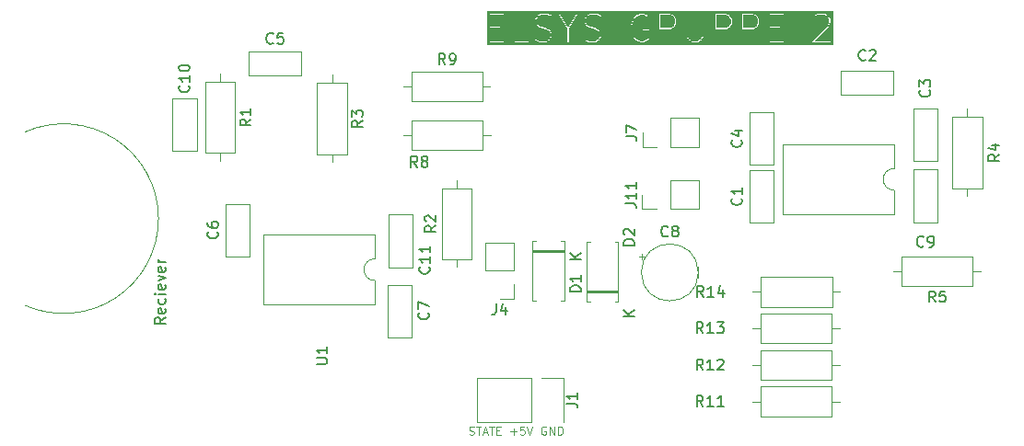
<source format=gto>
%TF.GenerationSoftware,KiCad,Pcbnew,9.0.0*%
%TF.CreationDate,2025-03-10T10:12:29+01:00*%
%TF.ProjectId,project git rev,70726f6a-6563-4742-9067-697420726576,rev?*%
%TF.SameCoordinates,Original*%
%TF.FileFunction,Legend,Top*%
%TF.FilePolarity,Positive*%
%FSLAX46Y46*%
G04 Gerber Fmt 4.6, Leading zero omitted, Abs format (unit mm)*
G04 Created by KiCad (PCBNEW 9.0.0) date 2025-03-10 10:12:29*
%MOMM*%
%LPD*%
G01*
G04 APERTURE LIST*
%ADD10C,0.100000*%
%ADD11C,0.150000*%
%ADD12C,0.120000*%
%ADD13O,1.700000X3.000000*%
%ADD14R,1.700000X3.000000*%
%ADD15C,2.000000*%
%ADD16C,1.750000*%
%ADD17R,2.500000X1.750000*%
%ADD18O,2.500000X1.750000*%
%ADD19R,1.700000X2.500000*%
%ADD20O,1.700000X2.500000*%
%ADD21R,2.500000X1.700000*%
%ADD22O,2.500000X1.700000*%
%ADD23C,3.000000*%
%ADD24R,1.500000X2.500000*%
%ADD25O,1.500000X2.500000*%
%ADD26R,1.600000X2.500000*%
%ADD27O,1.600000X2.500000*%
G04 APERTURE END LIST*
D10*
X152708646Y-118367300D02*
X152815789Y-118403014D01*
X152815789Y-118403014D02*
X152994360Y-118403014D01*
X152994360Y-118403014D02*
X153065789Y-118367300D01*
X153065789Y-118367300D02*
X153101503Y-118331585D01*
X153101503Y-118331585D02*
X153137217Y-118260157D01*
X153137217Y-118260157D02*
X153137217Y-118188728D01*
X153137217Y-118188728D02*
X153101503Y-118117300D01*
X153101503Y-118117300D02*
X153065789Y-118081585D01*
X153065789Y-118081585D02*
X152994360Y-118045871D01*
X152994360Y-118045871D02*
X152851503Y-118010157D01*
X152851503Y-118010157D02*
X152780074Y-117974442D01*
X152780074Y-117974442D02*
X152744360Y-117938728D01*
X152744360Y-117938728D02*
X152708646Y-117867300D01*
X152708646Y-117867300D02*
X152708646Y-117795871D01*
X152708646Y-117795871D02*
X152744360Y-117724442D01*
X152744360Y-117724442D02*
X152780074Y-117688728D01*
X152780074Y-117688728D02*
X152851503Y-117653014D01*
X152851503Y-117653014D02*
X153030074Y-117653014D01*
X153030074Y-117653014D02*
X153137217Y-117688728D01*
X153351503Y-117653014D02*
X153780075Y-117653014D01*
X153565789Y-118403014D02*
X153565789Y-117653014D01*
X153994361Y-118188728D02*
X154351504Y-118188728D01*
X153922932Y-118403014D02*
X154172932Y-117653014D01*
X154172932Y-117653014D02*
X154422932Y-118403014D01*
X154565789Y-117653014D02*
X154994361Y-117653014D01*
X154780075Y-118403014D02*
X154780075Y-117653014D01*
X155244361Y-118010157D02*
X155494361Y-118010157D01*
X155601504Y-118403014D02*
X155244361Y-118403014D01*
X155244361Y-118403014D02*
X155244361Y-117653014D01*
X155244361Y-117653014D02*
X155601504Y-117653014D01*
X156494361Y-118117300D02*
X157065790Y-118117300D01*
X156780075Y-118403014D02*
X156780075Y-117831585D01*
X157780075Y-117653014D02*
X157422932Y-117653014D01*
X157422932Y-117653014D02*
X157387218Y-118010157D01*
X157387218Y-118010157D02*
X157422932Y-117974442D01*
X157422932Y-117974442D02*
X157494361Y-117938728D01*
X157494361Y-117938728D02*
X157672932Y-117938728D01*
X157672932Y-117938728D02*
X157744361Y-117974442D01*
X157744361Y-117974442D02*
X157780075Y-118010157D01*
X157780075Y-118010157D02*
X157815789Y-118081585D01*
X157815789Y-118081585D02*
X157815789Y-118260157D01*
X157815789Y-118260157D02*
X157780075Y-118331585D01*
X157780075Y-118331585D02*
X157744361Y-118367300D01*
X157744361Y-118367300D02*
X157672932Y-118403014D01*
X157672932Y-118403014D02*
X157494361Y-118403014D01*
X157494361Y-118403014D02*
X157422932Y-118367300D01*
X157422932Y-118367300D02*
X157387218Y-118331585D01*
X158030075Y-117653014D02*
X158280075Y-118403014D01*
X158280075Y-118403014D02*
X158530075Y-117653014D01*
X159744361Y-117688728D02*
X159672933Y-117653014D01*
X159672933Y-117653014D02*
X159565790Y-117653014D01*
X159565790Y-117653014D02*
X159458647Y-117688728D01*
X159458647Y-117688728D02*
X159387218Y-117760157D01*
X159387218Y-117760157D02*
X159351504Y-117831585D01*
X159351504Y-117831585D02*
X159315790Y-117974442D01*
X159315790Y-117974442D02*
X159315790Y-118081585D01*
X159315790Y-118081585D02*
X159351504Y-118224442D01*
X159351504Y-118224442D02*
X159387218Y-118295871D01*
X159387218Y-118295871D02*
X159458647Y-118367300D01*
X159458647Y-118367300D02*
X159565790Y-118403014D01*
X159565790Y-118403014D02*
X159637218Y-118403014D01*
X159637218Y-118403014D02*
X159744361Y-118367300D01*
X159744361Y-118367300D02*
X159780075Y-118331585D01*
X159780075Y-118331585D02*
X159780075Y-118081585D01*
X159780075Y-118081585D02*
X159637218Y-118081585D01*
X160101504Y-118403014D02*
X160101504Y-117653014D01*
X160101504Y-117653014D02*
X160530075Y-118403014D01*
X160530075Y-118403014D02*
X160530075Y-117653014D01*
X160887218Y-118403014D02*
X160887218Y-117653014D01*
X160887218Y-117653014D02*
X161065789Y-117653014D01*
X161065789Y-117653014D02*
X161172932Y-117688728D01*
X161172932Y-117688728D02*
X161244361Y-117760157D01*
X161244361Y-117760157D02*
X161280075Y-117831585D01*
X161280075Y-117831585D02*
X161315789Y-117974442D01*
X161315789Y-117974442D02*
X161315789Y-118081585D01*
X161315789Y-118081585D02*
X161280075Y-118224442D01*
X161280075Y-118224442D02*
X161244361Y-118295871D01*
X161244361Y-118295871D02*
X161172932Y-118367300D01*
X161172932Y-118367300D02*
X161065789Y-118403014D01*
X161065789Y-118403014D02*
X160887218Y-118403014D01*
G36*
X171417124Y-79848988D02*
G01*
X171524694Y-79956558D01*
X171634836Y-80176841D01*
X171634836Y-80510376D01*
X171524694Y-80730659D01*
X171417124Y-80838229D01*
X171196843Y-80948371D01*
X170306265Y-80948371D01*
X170306265Y-79738847D01*
X171196843Y-79738847D01*
X171417124Y-79848988D01*
G37*
G36*
X176536172Y-79848988D02*
G01*
X176643742Y-79956558D01*
X176753884Y-80176841D01*
X176753884Y-80510376D01*
X176643742Y-80730659D01*
X176536172Y-80838229D01*
X176315891Y-80948371D01*
X175425313Y-80948371D01*
X175425313Y-79738847D01*
X176315891Y-79738847D01*
X176536172Y-79848988D01*
G37*
G36*
X179036172Y-79848988D02*
G01*
X179143742Y-79956558D01*
X179253884Y-80176841D01*
X179253884Y-80510376D01*
X179143742Y-80730659D01*
X179036172Y-80838229D01*
X178815891Y-80948371D01*
X177925313Y-80948371D01*
X177925313Y-79738847D01*
X178815891Y-79738847D01*
X179036172Y-79848988D01*
G37*
G36*
X186179281Y-82516625D02*
G01*
X154333249Y-82516625D01*
X154333249Y-79688847D01*
X154611027Y-79688847D01*
X154611027Y-82188847D01*
X154614833Y-82207981D01*
X154641893Y-82235041D01*
X154661027Y-82238847D01*
X155851503Y-82238847D01*
X155870637Y-82235041D01*
X155897697Y-82207981D01*
X155897697Y-82169713D01*
X155870637Y-82142653D01*
X155851503Y-82138847D01*
X154711027Y-82138847D01*
X154711027Y-80929323D01*
X155494360Y-80929323D01*
X155513494Y-80925517D01*
X155540554Y-80898457D01*
X155540554Y-80860189D01*
X155513494Y-80833129D01*
X155494360Y-80829323D01*
X154711027Y-80829323D01*
X154711027Y-79738847D01*
X155851503Y-79738847D01*
X155870637Y-79735041D01*
X155897697Y-79707981D01*
X155897697Y-79688847D01*
X156872932Y-79688847D01*
X156872932Y-82188847D01*
X156876738Y-82207981D01*
X156903798Y-82235041D01*
X156922932Y-82238847D01*
X158113408Y-82238847D01*
X158132542Y-82235041D01*
X158159602Y-82207981D01*
X158159602Y-82169713D01*
X158132542Y-82142653D01*
X158113408Y-82138847D01*
X156972932Y-82138847D01*
X156972932Y-80165038D01*
X158777694Y-80165038D01*
X158777694Y-80403133D01*
X158778182Y-80405589D01*
X158777820Y-80406678D01*
X158779936Y-80414405D01*
X158781500Y-80422267D01*
X158782311Y-80423078D01*
X158782973Y-80425494D01*
X158902021Y-80663589D01*
X158906936Y-80669923D01*
X158911387Y-80676583D01*
X159030434Y-80795631D01*
X159037096Y-80800083D01*
X159043428Y-80804997D01*
X159281523Y-80924044D01*
X159286804Y-80925490D01*
X159291757Y-80927830D01*
X159762622Y-81045546D01*
X159988553Y-81158512D01*
X160096125Y-81266084D01*
X160206265Y-81486363D01*
X160206265Y-81700854D01*
X160096125Y-81921133D01*
X159988552Y-82028707D01*
X159768272Y-82138847D01*
X159192951Y-82138847D01*
X158843505Y-82022366D01*
X158824150Y-82019926D01*
X158789921Y-82037040D01*
X158777820Y-82073344D01*
X158794934Y-82107573D01*
X158811883Y-82117234D01*
X159169026Y-82236281D01*
X159176973Y-82237282D01*
X159184837Y-82238847D01*
X159780075Y-82238847D01*
X159782531Y-82238358D01*
X159783620Y-82238721D01*
X159791347Y-82236604D01*
X159799209Y-82235041D01*
X159800020Y-82234229D01*
X159802436Y-82233568D01*
X160040531Y-82114521D01*
X160046862Y-82109607D01*
X160053525Y-82105155D01*
X160172573Y-81986108D01*
X160177029Y-81979438D01*
X160181939Y-81973113D01*
X160300986Y-81735018D01*
X160301647Y-81732602D01*
X160302459Y-81731791D01*
X160304022Y-81723929D01*
X160306139Y-81716202D01*
X160305776Y-81715113D01*
X160306265Y-81712657D01*
X160306265Y-81474561D01*
X160305776Y-81472104D01*
X160306139Y-81471016D01*
X160304022Y-81463288D01*
X160302459Y-81455427D01*
X160301647Y-81454615D01*
X160300986Y-81452200D01*
X160181939Y-81214105D01*
X160177025Y-81207773D01*
X160172573Y-81201111D01*
X160053525Y-81082064D01*
X160046865Y-81077613D01*
X160040531Y-81072698D01*
X159802436Y-80953650D01*
X159797154Y-80952203D01*
X159792202Y-80949864D01*
X159321334Y-80832146D01*
X159095407Y-80719183D01*
X158987835Y-80611611D01*
X158877694Y-80391329D01*
X158877694Y-80176841D01*
X158987835Y-79956559D01*
X159095406Y-79848987D01*
X159315687Y-79738847D01*
X159891010Y-79738847D01*
X160240454Y-79855329D01*
X160259809Y-79857769D01*
X160294038Y-79840655D01*
X160306139Y-79804351D01*
X160289025Y-79770122D01*
X160272077Y-79760461D01*
X160083210Y-79697505D01*
X160921306Y-79697505D01*
X160928368Y-79715691D01*
X161753884Y-81012931D01*
X161753884Y-82188847D01*
X161757690Y-82207981D01*
X161784750Y-82235041D01*
X161823018Y-82235041D01*
X161850078Y-82207981D01*
X161853884Y-82188847D01*
X161853884Y-81012931D01*
X162393452Y-80165038D01*
X163301503Y-80165038D01*
X163301503Y-80403133D01*
X163301991Y-80405589D01*
X163301629Y-80406678D01*
X163303745Y-80414405D01*
X163305309Y-80422267D01*
X163306120Y-80423078D01*
X163306782Y-80425494D01*
X163425830Y-80663589D01*
X163430745Y-80669923D01*
X163435196Y-80676583D01*
X163554243Y-80795631D01*
X163560905Y-80800083D01*
X163567237Y-80804997D01*
X163805332Y-80924044D01*
X163810613Y-80925490D01*
X163815566Y-80927830D01*
X164286431Y-81045546D01*
X164512362Y-81158512D01*
X164619934Y-81266084D01*
X164730074Y-81486363D01*
X164730074Y-81700854D01*
X164619934Y-81921133D01*
X164512361Y-82028707D01*
X164292081Y-82138847D01*
X163716760Y-82138847D01*
X163367314Y-82022366D01*
X163347959Y-82019926D01*
X163313730Y-82037040D01*
X163301629Y-82073344D01*
X163318743Y-82107573D01*
X163335692Y-82117234D01*
X163692835Y-82236281D01*
X163700782Y-82237282D01*
X163708646Y-82238847D01*
X164303884Y-82238847D01*
X164306340Y-82238358D01*
X164307429Y-82238721D01*
X164315156Y-82236604D01*
X164323018Y-82235041D01*
X164323829Y-82234229D01*
X164326245Y-82233568D01*
X164564340Y-82114521D01*
X164570671Y-82109607D01*
X164577334Y-82105155D01*
X164696382Y-81986108D01*
X164700838Y-81979438D01*
X164705748Y-81973113D01*
X164824795Y-81735018D01*
X164825456Y-81732602D01*
X164826268Y-81731791D01*
X164827831Y-81723929D01*
X164829948Y-81716202D01*
X164829585Y-81715113D01*
X164830074Y-81712657D01*
X164830074Y-81474561D01*
X164829585Y-81472104D01*
X164829948Y-81471016D01*
X164827831Y-81463288D01*
X164826268Y-81455427D01*
X164825456Y-81454615D01*
X164824795Y-81452200D01*
X164705748Y-81214105D01*
X164700834Y-81207773D01*
X164696382Y-81201111D01*
X164577334Y-81082064D01*
X164570674Y-81077613D01*
X164564340Y-81072698D01*
X164326245Y-80953650D01*
X164320963Y-80952203D01*
X164316011Y-80949864D01*
X163845143Y-80832146D01*
X163701402Y-80760276D01*
X167587217Y-80760276D01*
X167587217Y-81117419D01*
X167588412Y-81123428D01*
X167588710Y-81129546D01*
X167707758Y-81605736D01*
X167710097Y-81610688D01*
X167711544Y-81615970D01*
X167830591Y-81854065D01*
X167835504Y-81860396D01*
X167839957Y-81867059D01*
X168078052Y-82105155D01*
X168080133Y-82106545D01*
X168080647Y-82107573D01*
X168087612Y-82111543D01*
X168094273Y-82115994D01*
X168095421Y-82115994D01*
X168097596Y-82117234D01*
X168454739Y-82236281D01*
X168462686Y-82237282D01*
X168470550Y-82238847D01*
X168708646Y-82238847D01*
X168716508Y-82237283D01*
X168724457Y-82236281D01*
X169081600Y-82117234D01*
X169083775Y-82115994D01*
X169084922Y-82115994D01*
X169091580Y-82111544D01*
X169098548Y-82107573D01*
X169099061Y-82106545D01*
X169101143Y-82105155D01*
X169220191Y-81986108D01*
X169231030Y-81969887D01*
X169231030Y-81969886D01*
X169234836Y-81950752D01*
X169234836Y-81117419D01*
X169231030Y-81098285D01*
X169203970Y-81071225D01*
X169184836Y-81067419D01*
X168708646Y-81067419D01*
X168689512Y-81071225D01*
X168662452Y-81098285D01*
X168662452Y-81136553D01*
X168689512Y-81163613D01*
X168708646Y-81167419D01*
X169134836Y-81167419D01*
X169134836Y-81930041D01*
X169038779Y-82026098D01*
X168700533Y-82138847D01*
X168478664Y-82138847D01*
X168140415Y-82026098D01*
X167916405Y-81802087D01*
X167803440Y-81576157D01*
X167687217Y-81111263D01*
X167687217Y-80766431D01*
X167803440Y-80301536D01*
X167916405Y-80075606D01*
X168140415Y-79851596D01*
X168478664Y-79738847D01*
X168815890Y-79738847D01*
X169043428Y-79852617D01*
X169062244Y-79857769D01*
X169098549Y-79845668D01*
X169115663Y-79811440D01*
X169103561Y-79775135D01*
X169088149Y-79763174D01*
X168939496Y-79688847D01*
X170206265Y-79688847D01*
X170206265Y-82188847D01*
X170210071Y-82207981D01*
X170237131Y-82235041D01*
X170275399Y-82235041D01*
X170302459Y-82207981D01*
X170306265Y-82188847D01*
X170306265Y-81048371D01*
X170825470Y-81048371D01*
X171643874Y-82217520D01*
X171657965Y-82231013D01*
X171695651Y-82237663D01*
X171727002Y-82215718D01*
X171733652Y-82178032D01*
X171725798Y-82160174D01*
X170947536Y-81048371D01*
X171208646Y-81048371D01*
X171211102Y-81047882D01*
X171212191Y-81048245D01*
X171219918Y-81046128D01*
X171227780Y-81044565D01*
X171228591Y-81043753D01*
X171231007Y-81043092D01*
X171469102Y-80924044D01*
X171475436Y-80919128D01*
X171482096Y-80914678D01*
X171601143Y-80795631D01*
X171605593Y-80788971D01*
X171610509Y-80782637D01*
X171729557Y-80544541D01*
X171730218Y-80542125D01*
X171731030Y-80541314D01*
X171732593Y-80533452D01*
X171734710Y-80525725D01*
X171734347Y-80524636D01*
X171734836Y-80522180D01*
X171734836Y-80165038D01*
X171734347Y-80162581D01*
X171734710Y-80161493D01*
X171732593Y-80153765D01*
X171731030Y-80145904D01*
X171730218Y-80145092D01*
X171729557Y-80142677D01*
X171610509Y-79904581D01*
X171605593Y-79898246D01*
X171601143Y-79891587D01*
X171482096Y-79772540D01*
X171475436Y-79768089D01*
X171469102Y-79763174D01*
X171320449Y-79688847D01*
X172706265Y-79688847D01*
X172706265Y-81712657D01*
X172706753Y-81715113D01*
X172706391Y-81716202D01*
X172708507Y-81723929D01*
X172710071Y-81731791D01*
X172710882Y-81732602D01*
X172711544Y-81735018D01*
X172830591Y-81973113D01*
X172835504Y-81979444D01*
X172839957Y-81986107D01*
X172959004Y-82105155D01*
X172965673Y-82109611D01*
X172971999Y-82114521D01*
X173210094Y-82233568D01*
X173212509Y-82234229D01*
X173213321Y-82235041D01*
X173221182Y-82236604D01*
X173228910Y-82238721D01*
X173229998Y-82238358D01*
X173232455Y-82238847D01*
X173708646Y-82238847D01*
X173711102Y-82238358D01*
X173712191Y-82238721D01*
X173719918Y-82236604D01*
X173727780Y-82235041D01*
X173728591Y-82234229D01*
X173731007Y-82233568D01*
X173969102Y-82114521D01*
X173975430Y-82109609D01*
X173982096Y-82105155D01*
X174101144Y-81986107D01*
X174105597Y-81979441D01*
X174110509Y-81973113D01*
X174229558Y-81735017D01*
X174230219Y-81732601D01*
X174231030Y-81731791D01*
X174232593Y-81723930D01*
X174234710Y-81716201D01*
X174234347Y-81715113D01*
X174234836Y-81712657D01*
X174234836Y-79688847D01*
X175325313Y-79688847D01*
X175325313Y-82188847D01*
X175329119Y-82207981D01*
X175356179Y-82235041D01*
X175394447Y-82235041D01*
X175421507Y-82207981D01*
X175425313Y-82188847D01*
X175425313Y-81048371D01*
X176327694Y-81048371D01*
X176330150Y-81047882D01*
X176331239Y-81048245D01*
X176338966Y-81046128D01*
X176346828Y-81044565D01*
X176347639Y-81043753D01*
X176350055Y-81043092D01*
X176588150Y-80924044D01*
X176594484Y-80919128D01*
X176601144Y-80914678D01*
X176720191Y-80795631D01*
X176724641Y-80788971D01*
X176729557Y-80782637D01*
X176848605Y-80544541D01*
X176849266Y-80542125D01*
X176850078Y-80541314D01*
X176851641Y-80533452D01*
X176853758Y-80525725D01*
X176853395Y-80524636D01*
X176853884Y-80522180D01*
X176853884Y-80165038D01*
X176853395Y-80162581D01*
X176853758Y-80161493D01*
X176851641Y-80153765D01*
X176850078Y-80145904D01*
X176849266Y-80145092D01*
X176848605Y-80142677D01*
X176729557Y-79904581D01*
X176724641Y-79898246D01*
X176720191Y-79891587D01*
X176601144Y-79772540D01*
X176594484Y-79768089D01*
X176588150Y-79763174D01*
X176439497Y-79688847D01*
X177825313Y-79688847D01*
X177825313Y-82188847D01*
X177829119Y-82207981D01*
X177856179Y-82235041D01*
X177894447Y-82235041D01*
X177921507Y-82207981D01*
X177925313Y-82188847D01*
X177925313Y-81048371D01*
X178827694Y-81048371D01*
X178830150Y-81047882D01*
X178831239Y-81048245D01*
X178838966Y-81046128D01*
X178846828Y-81044565D01*
X178847639Y-81043753D01*
X178850055Y-81043092D01*
X179088150Y-80924044D01*
X179094484Y-80919128D01*
X179101144Y-80914678D01*
X179220191Y-80795631D01*
X179224641Y-80788971D01*
X179229557Y-80782637D01*
X179348605Y-80544541D01*
X179349266Y-80542125D01*
X179350078Y-80541314D01*
X179351641Y-80533452D01*
X179353758Y-80525725D01*
X179353395Y-80524636D01*
X179353884Y-80522180D01*
X179353884Y-80165038D01*
X179353395Y-80162581D01*
X179353758Y-80161493D01*
X179351641Y-80153765D01*
X179350078Y-80145904D01*
X179349266Y-80145092D01*
X179348605Y-80142677D01*
X179229557Y-79904581D01*
X179224641Y-79898246D01*
X179220191Y-79891587D01*
X179101144Y-79772540D01*
X179094484Y-79768089D01*
X179088150Y-79763174D01*
X178939497Y-79688847D01*
X180325313Y-79688847D01*
X180325313Y-82188847D01*
X180329119Y-82207981D01*
X180356179Y-82235041D01*
X180375313Y-82238847D01*
X181565789Y-82238847D01*
X181584923Y-82235041D01*
X181611983Y-82207981D01*
X181611983Y-82169713D01*
X184257690Y-82169713D01*
X184257690Y-82207981D01*
X184284750Y-82235041D01*
X184303884Y-82238847D01*
X185851503Y-82238847D01*
X185870637Y-82235041D01*
X185897697Y-82207981D01*
X185897697Y-82169713D01*
X185870637Y-82142653D01*
X185851503Y-82138847D01*
X184424594Y-82138847D01*
X185767811Y-80795631D01*
X185769201Y-80793549D01*
X185770229Y-80793036D01*
X185774199Y-80786070D01*
X185778650Y-80779410D01*
X185778650Y-80778262D01*
X185779890Y-80776087D01*
X185898937Y-80418944D01*
X185899938Y-80410996D01*
X185901503Y-80403133D01*
X185901503Y-80165038D01*
X185901014Y-80162581D01*
X185901377Y-80161494D01*
X185899261Y-80153768D01*
X185897697Y-80145904D01*
X185896885Y-80145092D01*
X185896224Y-80142677D01*
X185777177Y-79904581D01*
X185772263Y-79898249D01*
X185767811Y-79891587D01*
X185648763Y-79772540D01*
X185642103Y-79768089D01*
X185635769Y-79763174D01*
X185397674Y-79644126D01*
X185395258Y-79643464D01*
X185394447Y-79642653D01*
X185386585Y-79641089D01*
X185378858Y-79638973D01*
X185377769Y-79639335D01*
X185375313Y-79638847D01*
X184780075Y-79638847D01*
X184777618Y-79639335D01*
X184776531Y-79638973D01*
X184768801Y-79641089D01*
X184760941Y-79642653D01*
X184760130Y-79643463D01*
X184757715Y-79644125D01*
X184519619Y-79763174D01*
X184513290Y-79768085D01*
X184506625Y-79772539D01*
X184387577Y-79891587D01*
X184376738Y-79907807D01*
X184376738Y-79946076D01*
X184403797Y-79973136D01*
X184442066Y-79973136D01*
X184458287Y-79962297D01*
X184571596Y-79848988D01*
X184791878Y-79738847D01*
X185363510Y-79738847D01*
X185583791Y-79848988D01*
X185691363Y-79956560D01*
X185801503Y-80176840D01*
X185801503Y-80395019D01*
X185688754Y-80733267D01*
X184268529Y-82153492D01*
X184257690Y-82169713D01*
X181611983Y-82169713D01*
X181584923Y-82142653D01*
X181565789Y-82138847D01*
X180425313Y-82138847D01*
X180425313Y-80929323D01*
X181208646Y-80929323D01*
X181227780Y-80925517D01*
X181254840Y-80898457D01*
X181254840Y-80860189D01*
X181227780Y-80833129D01*
X181208646Y-80829323D01*
X180425313Y-80829323D01*
X180425313Y-79738847D01*
X181565789Y-79738847D01*
X181584923Y-79735041D01*
X181611983Y-79707981D01*
X181611983Y-79669713D01*
X181584923Y-79642653D01*
X181565789Y-79638847D01*
X180375313Y-79638847D01*
X180356179Y-79642653D01*
X180329119Y-79669713D01*
X180325313Y-79688847D01*
X178939497Y-79688847D01*
X178850055Y-79644126D01*
X178847639Y-79643464D01*
X178846828Y-79642653D01*
X178838966Y-79641089D01*
X178831239Y-79638973D01*
X178830150Y-79639335D01*
X178827694Y-79638847D01*
X177875313Y-79638847D01*
X177856179Y-79642653D01*
X177829119Y-79669713D01*
X177825313Y-79688847D01*
X176439497Y-79688847D01*
X176350055Y-79644126D01*
X176347639Y-79643464D01*
X176346828Y-79642653D01*
X176338966Y-79641089D01*
X176331239Y-79638973D01*
X176330150Y-79639335D01*
X176327694Y-79638847D01*
X175375313Y-79638847D01*
X175356179Y-79642653D01*
X175329119Y-79669713D01*
X175325313Y-79688847D01*
X174234836Y-79688847D01*
X174231030Y-79669713D01*
X174203970Y-79642653D01*
X174165702Y-79642653D01*
X174138642Y-79669713D01*
X174134836Y-79688847D01*
X174134836Y-81700853D01*
X174024694Y-81921135D01*
X173917123Y-82028707D01*
X173696843Y-82138847D01*
X173244258Y-82138847D01*
X173023978Y-82028707D01*
X172916404Y-81921134D01*
X172806265Y-81700854D01*
X172806265Y-79688847D01*
X172802459Y-79669713D01*
X172775399Y-79642653D01*
X172737131Y-79642653D01*
X172710071Y-79669713D01*
X172706265Y-79688847D01*
X171320449Y-79688847D01*
X171231007Y-79644126D01*
X171228591Y-79643464D01*
X171227780Y-79642653D01*
X171219918Y-79641089D01*
X171212191Y-79638973D01*
X171211102Y-79639335D01*
X171208646Y-79638847D01*
X170256265Y-79638847D01*
X170237131Y-79642653D01*
X170210071Y-79669713D01*
X170206265Y-79688847D01*
X168939496Y-79688847D01*
X168850054Y-79644126D01*
X168847638Y-79643464D01*
X168846827Y-79642653D01*
X168838965Y-79641089D01*
X168831238Y-79638973D01*
X168830149Y-79639335D01*
X168827693Y-79638847D01*
X168470550Y-79638847D01*
X168462687Y-79640410D01*
X168454739Y-79641413D01*
X168097596Y-79760461D01*
X168095421Y-79761701D01*
X168094273Y-79761701D01*
X168087612Y-79766151D01*
X168080647Y-79770122D01*
X168080133Y-79771149D01*
X168078052Y-79772540D01*
X167839957Y-80010635D01*
X167835504Y-80017297D01*
X167830591Y-80023629D01*
X167711544Y-80261724D01*
X167710097Y-80267005D01*
X167707758Y-80271958D01*
X167588710Y-80748149D01*
X167588412Y-80754266D01*
X167587217Y-80760276D01*
X163701402Y-80760276D01*
X163619216Y-80719183D01*
X163511644Y-80611611D01*
X163401503Y-80391329D01*
X163401503Y-80176841D01*
X163511644Y-79956559D01*
X163619215Y-79848987D01*
X163839496Y-79738847D01*
X164414819Y-79738847D01*
X164764263Y-79855329D01*
X164783618Y-79857769D01*
X164817847Y-79840655D01*
X164829948Y-79804351D01*
X164812834Y-79770122D01*
X164795886Y-79760461D01*
X164438743Y-79641413D01*
X164430794Y-79640410D01*
X164422932Y-79638847D01*
X163827693Y-79638847D01*
X163825236Y-79639335D01*
X163824149Y-79638973D01*
X163816419Y-79641089D01*
X163808559Y-79642653D01*
X163807748Y-79643463D01*
X163805333Y-79644125D01*
X163567237Y-79763174D01*
X163560902Y-79768089D01*
X163554243Y-79772540D01*
X163435196Y-79891587D01*
X163430744Y-79898248D01*
X163425829Y-79904582D01*
X163306782Y-80142677D01*
X163306120Y-80145092D01*
X163305309Y-80145904D01*
X163303745Y-80153765D01*
X163301629Y-80161493D01*
X163301991Y-80162581D01*
X163301503Y-80165038D01*
X162393452Y-80165038D01*
X162679400Y-79715691D01*
X162686462Y-79697505D01*
X162678160Y-79660147D01*
X162645875Y-79639602D01*
X162608517Y-79647904D01*
X162595034Y-79662003D01*
X161803884Y-80905239D01*
X161012734Y-79662003D01*
X160999251Y-79647904D01*
X160961893Y-79639602D01*
X160929608Y-79660147D01*
X160921306Y-79697505D01*
X160083210Y-79697505D01*
X159914934Y-79641413D01*
X159906985Y-79640410D01*
X159899123Y-79638847D01*
X159303884Y-79638847D01*
X159301427Y-79639335D01*
X159300340Y-79638973D01*
X159292610Y-79641089D01*
X159284750Y-79642653D01*
X159283939Y-79643463D01*
X159281524Y-79644125D01*
X159043428Y-79763174D01*
X159037093Y-79768089D01*
X159030434Y-79772540D01*
X158911387Y-79891587D01*
X158906935Y-79898248D01*
X158902020Y-79904582D01*
X158782973Y-80142677D01*
X158782311Y-80145092D01*
X158781500Y-80145904D01*
X158779936Y-80153765D01*
X158777820Y-80161493D01*
X158778182Y-80162581D01*
X158777694Y-80165038D01*
X156972932Y-80165038D01*
X156972932Y-79688847D01*
X156969126Y-79669713D01*
X156942066Y-79642653D01*
X156903798Y-79642653D01*
X156876738Y-79669713D01*
X156872932Y-79688847D01*
X155897697Y-79688847D01*
X155897697Y-79669713D01*
X155870637Y-79642653D01*
X155851503Y-79638847D01*
X154661027Y-79638847D01*
X154641893Y-79642653D01*
X154614833Y-79669713D01*
X154611027Y-79688847D01*
X154333249Y-79688847D01*
X154333249Y-79361069D01*
X186179281Y-79361069D01*
X186179281Y-82516625D01*
G37*
D11*
X161674819Y-115533333D02*
X162389104Y-115533333D01*
X162389104Y-115533333D02*
X162531961Y-115580952D01*
X162531961Y-115580952D02*
X162627200Y-115676190D01*
X162627200Y-115676190D02*
X162674819Y-115819047D01*
X162674819Y-115819047D02*
X162674819Y-115914285D01*
X162674819Y-114533333D02*
X162674819Y-115104761D01*
X162674819Y-114819047D02*
X161674819Y-114819047D01*
X161674819Y-114819047D02*
X161817676Y-114914285D01*
X161817676Y-114914285D02*
X161912914Y-115009523D01*
X161912914Y-115009523D02*
X161960533Y-115104761D01*
X195553333Y-106174819D02*
X195220000Y-105698628D01*
X194981905Y-106174819D02*
X194981905Y-105174819D01*
X194981905Y-105174819D02*
X195362857Y-105174819D01*
X195362857Y-105174819D02*
X195458095Y-105222438D01*
X195458095Y-105222438D02*
X195505714Y-105270057D01*
X195505714Y-105270057D02*
X195553333Y-105365295D01*
X195553333Y-105365295D02*
X195553333Y-105508152D01*
X195553333Y-105508152D02*
X195505714Y-105603390D01*
X195505714Y-105603390D02*
X195458095Y-105651009D01*
X195458095Y-105651009D02*
X195362857Y-105698628D01*
X195362857Y-105698628D02*
X194981905Y-105698628D01*
X196458095Y-105174819D02*
X195981905Y-105174819D01*
X195981905Y-105174819D02*
X195934286Y-105651009D01*
X195934286Y-105651009D02*
X195981905Y-105603390D01*
X195981905Y-105603390D02*
X196077143Y-105555771D01*
X196077143Y-105555771D02*
X196315238Y-105555771D01*
X196315238Y-105555771D02*
X196410476Y-105603390D01*
X196410476Y-105603390D02*
X196458095Y-105651009D01*
X196458095Y-105651009D02*
X196505714Y-105746247D01*
X196505714Y-105746247D02*
X196505714Y-105984342D01*
X196505714Y-105984342D02*
X196458095Y-106079580D01*
X196458095Y-106079580D02*
X196410476Y-106127200D01*
X196410476Y-106127200D02*
X196315238Y-106174819D01*
X196315238Y-106174819D02*
X196077143Y-106174819D01*
X196077143Y-106174819D02*
X195981905Y-106127200D01*
X195981905Y-106127200D02*
X195934286Y-106079580D01*
X149009580Y-102942857D02*
X149057200Y-102990476D01*
X149057200Y-102990476D02*
X149104819Y-103133333D01*
X149104819Y-103133333D02*
X149104819Y-103228571D01*
X149104819Y-103228571D02*
X149057200Y-103371428D01*
X149057200Y-103371428D02*
X148961961Y-103466666D01*
X148961961Y-103466666D02*
X148866723Y-103514285D01*
X148866723Y-103514285D02*
X148676247Y-103561904D01*
X148676247Y-103561904D02*
X148533390Y-103561904D01*
X148533390Y-103561904D02*
X148342914Y-103514285D01*
X148342914Y-103514285D02*
X148247676Y-103466666D01*
X148247676Y-103466666D02*
X148152438Y-103371428D01*
X148152438Y-103371428D02*
X148104819Y-103228571D01*
X148104819Y-103228571D02*
X148104819Y-103133333D01*
X148104819Y-103133333D02*
X148152438Y-102990476D01*
X148152438Y-102990476D02*
X148200057Y-102942857D01*
X149104819Y-101990476D02*
X149104819Y-102561904D01*
X149104819Y-102276190D02*
X148104819Y-102276190D01*
X148104819Y-102276190D02*
X148247676Y-102371428D01*
X148247676Y-102371428D02*
X148342914Y-102466666D01*
X148342914Y-102466666D02*
X148390533Y-102561904D01*
X149104819Y-101038095D02*
X149104819Y-101609523D01*
X149104819Y-101323809D02*
X148104819Y-101323809D01*
X148104819Y-101323809D02*
X148247676Y-101419047D01*
X148247676Y-101419047D02*
X148342914Y-101514285D01*
X148342914Y-101514285D02*
X148390533Y-101609523D01*
X194483333Y-101009580D02*
X194435714Y-101057200D01*
X194435714Y-101057200D02*
X194292857Y-101104819D01*
X194292857Y-101104819D02*
X194197619Y-101104819D01*
X194197619Y-101104819D02*
X194054762Y-101057200D01*
X194054762Y-101057200D02*
X193959524Y-100961961D01*
X193959524Y-100961961D02*
X193911905Y-100866723D01*
X193911905Y-100866723D02*
X193864286Y-100676247D01*
X193864286Y-100676247D02*
X193864286Y-100533390D01*
X193864286Y-100533390D02*
X193911905Y-100342914D01*
X193911905Y-100342914D02*
X193959524Y-100247676D01*
X193959524Y-100247676D02*
X194054762Y-100152438D01*
X194054762Y-100152438D02*
X194197619Y-100104819D01*
X194197619Y-100104819D02*
X194292857Y-100104819D01*
X194292857Y-100104819D02*
X194435714Y-100152438D01*
X194435714Y-100152438D02*
X194483333Y-100200057D01*
X194959524Y-101104819D02*
X195150000Y-101104819D01*
X195150000Y-101104819D02*
X195245238Y-101057200D01*
X195245238Y-101057200D02*
X195292857Y-101009580D01*
X195292857Y-101009580D02*
X195388095Y-100866723D01*
X195388095Y-100866723D02*
X195435714Y-100676247D01*
X195435714Y-100676247D02*
X195435714Y-100295295D01*
X195435714Y-100295295D02*
X195388095Y-100200057D01*
X195388095Y-100200057D02*
X195340476Y-100152438D01*
X195340476Y-100152438D02*
X195245238Y-100104819D01*
X195245238Y-100104819D02*
X195054762Y-100104819D01*
X195054762Y-100104819D02*
X194959524Y-100152438D01*
X194959524Y-100152438D02*
X194911905Y-100200057D01*
X194911905Y-100200057D02*
X194864286Y-100295295D01*
X194864286Y-100295295D02*
X194864286Y-100533390D01*
X194864286Y-100533390D02*
X194911905Y-100628628D01*
X194911905Y-100628628D02*
X194959524Y-100676247D01*
X194959524Y-100676247D02*
X195054762Y-100723866D01*
X195054762Y-100723866D02*
X195245238Y-100723866D01*
X195245238Y-100723866D02*
X195340476Y-100676247D01*
X195340476Y-100676247D02*
X195388095Y-100628628D01*
X195388095Y-100628628D02*
X195435714Y-100533390D01*
X195009580Y-86666666D02*
X195057200Y-86714285D01*
X195057200Y-86714285D02*
X195104819Y-86857142D01*
X195104819Y-86857142D02*
X195104819Y-86952380D01*
X195104819Y-86952380D02*
X195057200Y-87095237D01*
X195057200Y-87095237D02*
X194961961Y-87190475D01*
X194961961Y-87190475D02*
X194866723Y-87238094D01*
X194866723Y-87238094D02*
X194676247Y-87285713D01*
X194676247Y-87285713D02*
X194533390Y-87285713D01*
X194533390Y-87285713D02*
X194342914Y-87238094D01*
X194342914Y-87238094D02*
X194247676Y-87190475D01*
X194247676Y-87190475D02*
X194152438Y-87095237D01*
X194152438Y-87095237D02*
X194104819Y-86952380D01*
X194104819Y-86952380D02*
X194104819Y-86857142D01*
X194104819Y-86857142D02*
X194152438Y-86714285D01*
X194152438Y-86714285D02*
X194200057Y-86666666D01*
X194104819Y-86333332D02*
X194104819Y-85714285D01*
X194104819Y-85714285D02*
X194485771Y-86047618D01*
X194485771Y-86047618D02*
X194485771Y-85904761D01*
X194485771Y-85904761D02*
X194533390Y-85809523D01*
X194533390Y-85809523D02*
X194581009Y-85761904D01*
X194581009Y-85761904D02*
X194676247Y-85714285D01*
X194676247Y-85714285D02*
X194914342Y-85714285D01*
X194914342Y-85714285D02*
X195009580Y-85761904D01*
X195009580Y-85761904D02*
X195057200Y-85809523D01*
X195057200Y-85809523D02*
X195104819Y-85904761D01*
X195104819Y-85904761D02*
X195104819Y-86190475D01*
X195104819Y-86190475D02*
X195057200Y-86285713D01*
X195057200Y-86285713D02*
X195009580Y-86333332D01*
X189133333Y-83859580D02*
X189085714Y-83907200D01*
X189085714Y-83907200D02*
X188942857Y-83954819D01*
X188942857Y-83954819D02*
X188847619Y-83954819D01*
X188847619Y-83954819D02*
X188704762Y-83907200D01*
X188704762Y-83907200D02*
X188609524Y-83811961D01*
X188609524Y-83811961D02*
X188561905Y-83716723D01*
X188561905Y-83716723D02*
X188514286Y-83526247D01*
X188514286Y-83526247D02*
X188514286Y-83383390D01*
X188514286Y-83383390D02*
X188561905Y-83192914D01*
X188561905Y-83192914D02*
X188609524Y-83097676D01*
X188609524Y-83097676D02*
X188704762Y-83002438D01*
X188704762Y-83002438D02*
X188847619Y-82954819D01*
X188847619Y-82954819D02*
X188942857Y-82954819D01*
X188942857Y-82954819D02*
X189085714Y-83002438D01*
X189085714Y-83002438D02*
X189133333Y-83050057D01*
X189514286Y-83050057D02*
X189561905Y-83002438D01*
X189561905Y-83002438D02*
X189657143Y-82954819D01*
X189657143Y-82954819D02*
X189895238Y-82954819D01*
X189895238Y-82954819D02*
X189990476Y-83002438D01*
X189990476Y-83002438D02*
X190038095Y-83050057D01*
X190038095Y-83050057D02*
X190085714Y-83145295D01*
X190085714Y-83145295D02*
X190085714Y-83240533D01*
X190085714Y-83240533D02*
X190038095Y-83383390D01*
X190038095Y-83383390D02*
X189466667Y-83954819D01*
X189466667Y-83954819D02*
X190085714Y-83954819D01*
X174207142Y-109034819D02*
X173873809Y-108558628D01*
X173635714Y-109034819D02*
X173635714Y-108034819D01*
X173635714Y-108034819D02*
X174016666Y-108034819D01*
X174016666Y-108034819D02*
X174111904Y-108082438D01*
X174111904Y-108082438D02*
X174159523Y-108130057D01*
X174159523Y-108130057D02*
X174207142Y-108225295D01*
X174207142Y-108225295D02*
X174207142Y-108368152D01*
X174207142Y-108368152D02*
X174159523Y-108463390D01*
X174159523Y-108463390D02*
X174111904Y-108511009D01*
X174111904Y-108511009D02*
X174016666Y-108558628D01*
X174016666Y-108558628D02*
X173635714Y-108558628D01*
X175159523Y-109034819D02*
X174588095Y-109034819D01*
X174873809Y-109034819D02*
X174873809Y-108034819D01*
X174873809Y-108034819D02*
X174778571Y-108177676D01*
X174778571Y-108177676D02*
X174683333Y-108272914D01*
X174683333Y-108272914D02*
X174588095Y-108320533D01*
X175492857Y-108034819D02*
X176111904Y-108034819D01*
X176111904Y-108034819D02*
X175778571Y-108415771D01*
X175778571Y-108415771D02*
X175921428Y-108415771D01*
X175921428Y-108415771D02*
X176016666Y-108463390D01*
X176016666Y-108463390D02*
X176064285Y-108511009D01*
X176064285Y-108511009D02*
X176111904Y-108606247D01*
X176111904Y-108606247D02*
X176111904Y-108844342D01*
X176111904Y-108844342D02*
X176064285Y-108939580D01*
X176064285Y-108939580D02*
X176016666Y-108987200D01*
X176016666Y-108987200D02*
X175921428Y-109034819D01*
X175921428Y-109034819D02*
X175635714Y-109034819D01*
X175635714Y-109034819D02*
X175540476Y-108987200D01*
X175540476Y-108987200D02*
X175492857Y-108939580D01*
X132624819Y-89346666D02*
X132148628Y-89679999D01*
X132624819Y-89918094D02*
X131624819Y-89918094D01*
X131624819Y-89918094D02*
X131624819Y-89537142D01*
X131624819Y-89537142D02*
X131672438Y-89441904D01*
X131672438Y-89441904D02*
X131720057Y-89394285D01*
X131720057Y-89394285D02*
X131815295Y-89346666D01*
X131815295Y-89346666D02*
X131958152Y-89346666D01*
X131958152Y-89346666D02*
X132053390Y-89394285D01*
X132053390Y-89394285D02*
X132101009Y-89441904D01*
X132101009Y-89441904D02*
X132148628Y-89537142D01*
X132148628Y-89537142D02*
X132148628Y-89918094D01*
X132624819Y-88394285D02*
X132624819Y-88965713D01*
X132624819Y-88679999D02*
X131624819Y-88679999D01*
X131624819Y-88679999D02*
X131767676Y-88775237D01*
X131767676Y-88775237D02*
X131862914Y-88870475D01*
X131862914Y-88870475D02*
X131910533Y-88965713D01*
X149634819Y-99136666D02*
X149158628Y-99469999D01*
X149634819Y-99708094D02*
X148634819Y-99708094D01*
X148634819Y-99708094D02*
X148634819Y-99327142D01*
X148634819Y-99327142D02*
X148682438Y-99231904D01*
X148682438Y-99231904D02*
X148730057Y-99184285D01*
X148730057Y-99184285D02*
X148825295Y-99136666D01*
X148825295Y-99136666D02*
X148968152Y-99136666D01*
X148968152Y-99136666D02*
X149063390Y-99184285D01*
X149063390Y-99184285D02*
X149111009Y-99231904D01*
X149111009Y-99231904D02*
X149158628Y-99327142D01*
X149158628Y-99327142D02*
X149158628Y-99708094D01*
X148730057Y-98755713D02*
X148682438Y-98708094D01*
X148682438Y-98708094D02*
X148634819Y-98612856D01*
X148634819Y-98612856D02*
X148634819Y-98374761D01*
X148634819Y-98374761D02*
X148682438Y-98279523D01*
X148682438Y-98279523D02*
X148730057Y-98231904D01*
X148730057Y-98231904D02*
X148825295Y-98184285D01*
X148825295Y-98184285D02*
X148920533Y-98184285D01*
X148920533Y-98184285D02*
X149063390Y-98231904D01*
X149063390Y-98231904D02*
X149634819Y-98803332D01*
X149634819Y-98803332D02*
X149634819Y-98184285D01*
X167904819Y-100938094D02*
X166904819Y-100938094D01*
X166904819Y-100938094D02*
X166904819Y-100699999D01*
X166904819Y-100699999D02*
X166952438Y-100557142D01*
X166952438Y-100557142D02*
X167047676Y-100461904D01*
X167047676Y-100461904D02*
X167142914Y-100414285D01*
X167142914Y-100414285D02*
X167333390Y-100366666D01*
X167333390Y-100366666D02*
X167476247Y-100366666D01*
X167476247Y-100366666D02*
X167666723Y-100414285D01*
X167666723Y-100414285D02*
X167761961Y-100461904D01*
X167761961Y-100461904D02*
X167857200Y-100557142D01*
X167857200Y-100557142D02*
X167904819Y-100699999D01*
X167904819Y-100699999D02*
X167904819Y-100938094D01*
X167000057Y-99985713D02*
X166952438Y-99938094D01*
X166952438Y-99938094D02*
X166904819Y-99842856D01*
X166904819Y-99842856D02*
X166904819Y-99604761D01*
X166904819Y-99604761D02*
X166952438Y-99509523D01*
X166952438Y-99509523D02*
X167000057Y-99461904D01*
X167000057Y-99461904D02*
X167095295Y-99414285D01*
X167095295Y-99414285D02*
X167190533Y-99414285D01*
X167190533Y-99414285D02*
X167333390Y-99461904D01*
X167333390Y-99461904D02*
X167904819Y-100033332D01*
X167904819Y-100033332D02*
X167904819Y-99414285D01*
X167904819Y-107461904D02*
X166904819Y-107461904D01*
X167904819Y-106890476D02*
X167333390Y-107319047D01*
X166904819Y-106890476D02*
X167476247Y-107461904D01*
X126909580Y-86242857D02*
X126957200Y-86290476D01*
X126957200Y-86290476D02*
X127004819Y-86433333D01*
X127004819Y-86433333D02*
X127004819Y-86528571D01*
X127004819Y-86528571D02*
X126957200Y-86671428D01*
X126957200Y-86671428D02*
X126861961Y-86766666D01*
X126861961Y-86766666D02*
X126766723Y-86814285D01*
X126766723Y-86814285D02*
X126576247Y-86861904D01*
X126576247Y-86861904D02*
X126433390Y-86861904D01*
X126433390Y-86861904D02*
X126242914Y-86814285D01*
X126242914Y-86814285D02*
X126147676Y-86766666D01*
X126147676Y-86766666D02*
X126052438Y-86671428D01*
X126052438Y-86671428D02*
X126004819Y-86528571D01*
X126004819Y-86528571D02*
X126004819Y-86433333D01*
X126004819Y-86433333D02*
X126052438Y-86290476D01*
X126052438Y-86290476D02*
X126100057Y-86242857D01*
X127004819Y-85290476D02*
X127004819Y-85861904D01*
X127004819Y-85576190D02*
X126004819Y-85576190D01*
X126004819Y-85576190D02*
X126147676Y-85671428D01*
X126147676Y-85671428D02*
X126242914Y-85766666D01*
X126242914Y-85766666D02*
X126290533Y-85861904D01*
X126004819Y-84671428D02*
X126004819Y-84576190D01*
X126004819Y-84576190D02*
X126052438Y-84480952D01*
X126052438Y-84480952D02*
X126100057Y-84433333D01*
X126100057Y-84433333D02*
X126195295Y-84385714D01*
X126195295Y-84385714D02*
X126385771Y-84338095D01*
X126385771Y-84338095D02*
X126623866Y-84338095D01*
X126623866Y-84338095D02*
X126814342Y-84385714D01*
X126814342Y-84385714D02*
X126909580Y-84433333D01*
X126909580Y-84433333D02*
X126957200Y-84480952D01*
X126957200Y-84480952D02*
X127004819Y-84576190D01*
X127004819Y-84576190D02*
X127004819Y-84671428D01*
X127004819Y-84671428D02*
X126957200Y-84766666D01*
X126957200Y-84766666D02*
X126909580Y-84814285D01*
X126909580Y-84814285D02*
X126814342Y-84861904D01*
X126814342Y-84861904D02*
X126623866Y-84909523D01*
X126623866Y-84909523D02*
X126385771Y-84909523D01*
X126385771Y-84909523D02*
X126195295Y-84861904D01*
X126195295Y-84861904D02*
X126100057Y-84814285D01*
X126100057Y-84814285D02*
X126052438Y-84766666D01*
X126052438Y-84766666D02*
X126004819Y-84671428D01*
X167099819Y-90908333D02*
X167814104Y-90908333D01*
X167814104Y-90908333D02*
X167956961Y-90955952D01*
X167956961Y-90955952D02*
X168052200Y-91051190D01*
X168052200Y-91051190D02*
X168099819Y-91194047D01*
X168099819Y-91194047D02*
X168099819Y-91289285D01*
X167099819Y-90527380D02*
X167099819Y-89860714D01*
X167099819Y-89860714D02*
X168099819Y-90289285D01*
X142924819Y-89466666D02*
X142448628Y-89799999D01*
X142924819Y-90038094D02*
X141924819Y-90038094D01*
X141924819Y-90038094D02*
X141924819Y-89657142D01*
X141924819Y-89657142D02*
X141972438Y-89561904D01*
X141972438Y-89561904D02*
X142020057Y-89514285D01*
X142020057Y-89514285D02*
X142115295Y-89466666D01*
X142115295Y-89466666D02*
X142258152Y-89466666D01*
X142258152Y-89466666D02*
X142353390Y-89514285D01*
X142353390Y-89514285D02*
X142401009Y-89561904D01*
X142401009Y-89561904D02*
X142448628Y-89657142D01*
X142448628Y-89657142D02*
X142448628Y-90038094D01*
X141924819Y-89133332D02*
X141924819Y-88514285D01*
X141924819Y-88514285D02*
X142305771Y-88847618D01*
X142305771Y-88847618D02*
X142305771Y-88704761D01*
X142305771Y-88704761D02*
X142353390Y-88609523D01*
X142353390Y-88609523D02*
X142401009Y-88561904D01*
X142401009Y-88561904D02*
X142496247Y-88514285D01*
X142496247Y-88514285D02*
X142734342Y-88514285D01*
X142734342Y-88514285D02*
X142829580Y-88561904D01*
X142829580Y-88561904D02*
X142877200Y-88609523D01*
X142877200Y-88609523D02*
X142924819Y-88704761D01*
X142924819Y-88704761D02*
X142924819Y-88990475D01*
X142924819Y-88990475D02*
X142877200Y-89085713D01*
X142877200Y-89085713D02*
X142829580Y-89133332D01*
X174237142Y-105704819D02*
X173903809Y-105228628D01*
X173665714Y-105704819D02*
X173665714Y-104704819D01*
X173665714Y-104704819D02*
X174046666Y-104704819D01*
X174046666Y-104704819D02*
X174141904Y-104752438D01*
X174141904Y-104752438D02*
X174189523Y-104800057D01*
X174189523Y-104800057D02*
X174237142Y-104895295D01*
X174237142Y-104895295D02*
X174237142Y-105038152D01*
X174237142Y-105038152D02*
X174189523Y-105133390D01*
X174189523Y-105133390D02*
X174141904Y-105181009D01*
X174141904Y-105181009D02*
X174046666Y-105228628D01*
X174046666Y-105228628D02*
X173665714Y-105228628D01*
X175189523Y-105704819D02*
X174618095Y-105704819D01*
X174903809Y-105704819D02*
X174903809Y-104704819D01*
X174903809Y-104704819D02*
X174808571Y-104847676D01*
X174808571Y-104847676D02*
X174713333Y-104942914D01*
X174713333Y-104942914D02*
X174618095Y-104990533D01*
X176046666Y-105038152D02*
X176046666Y-105704819D01*
X175808571Y-104657200D02*
X175570476Y-105371485D01*
X175570476Y-105371485D02*
X176189523Y-105371485D01*
X177709580Y-91266666D02*
X177757200Y-91314285D01*
X177757200Y-91314285D02*
X177804819Y-91457142D01*
X177804819Y-91457142D02*
X177804819Y-91552380D01*
X177804819Y-91552380D02*
X177757200Y-91695237D01*
X177757200Y-91695237D02*
X177661961Y-91790475D01*
X177661961Y-91790475D02*
X177566723Y-91838094D01*
X177566723Y-91838094D02*
X177376247Y-91885713D01*
X177376247Y-91885713D02*
X177233390Y-91885713D01*
X177233390Y-91885713D02*
X177042914Y-91838094D01*
X177042914Y-91838094D02*
X176947676Y-91790475D01*
X176947676Y-91790475D02*
X176852438Y-91695237D01*
X176852438Y-91695237D02*
X176804819Y-91552380D01*
X176804819Y-91552380D02*
X176804819Y-91457142D01*
X176804819Y-91457142D02*
X176852438Y-91314285D01*
X176852438Y-91314285D02*
X176900057Y-91266666D01*
X177138152Y-90409523D02*
X177804819Y-90409523D01*
X176757200Y-90647618D02*
X177471485Y-90885713D01*
X177471485Y-90885713D02*
X177471485Y-90266666D01*
X167074819Y-97109523D02*
X167789104Y-97109523D01*
X167789104Y-97109523D02*
X167931961Y-97157142D01*
X167931961Y-97157142D02*
X168027200Y-97252380D01*
X168027200Y-97252380D02*
X168074819Y-97395237D01*
X168074819Y-97395237D02*
X168074819Y-97490475D01*
X168074819Y-96109523D02*
X168074819Y-96680951D01*
X168074819Y-96395237D02*
X167074819Y-96395237D01*
X167074819Y-96395237D02*
X167217676Y-96490475D01*
X167217676Y-96490475D02*
X167312914Y-96585713D01*
X167312914Y-96585713D02*
X167360533Y-96680951D01*
X168074819Y-95157142D02*
X168074819Y-95728570D01*
X168074819Y-95442856D02*
X167074819Y-95442856D01*
X167074819Y-95442856D02*
X167217676Y-95538094D01*
X167217676Y-95538094D02*
X167312914Y-95633332D01*
X167312914Y-95633332D02*
X167360533Y-95728570D01*
X129534580Y-99716666D02*
X129582200Y-99764285D01*
X129582200Y-99764285D02*
X129629819Y-99907142D01*
X129629819Y-99907142D02*
X129629819Y-100002380D01*
X129629819Y-100002380D02*
X129582200Y-100145237D01*
X129582200Y-100145237D02*
X129486961Y-100240475D01*
X129486961Y-100240475D02*
X129391723Y-100288094D01*
X129391723Y-100288094D02*
X129201247Y-100335713D01*
X129201247Y-100335713D02*
X129058390Y-100335713D01*
X129058390Y-100335713D02*
X128867914Y-100288094D01*
X128867914Y-100288094D02*
X128772676Y-100240475D01*
X128772676Y-100240475D02*
X128677438Y-100145237D01*
X128677438Y-100145237D02*
X128629819Y-100002380D01*
X128629819Y-100002380D02*
X128629819Y-99907142D01*
X128629819Y-99907142D02*
X128677438Y-99764285D01*
X128677438Y-99764285D02*
X128725057Y-99716666D01*
X128629819Y-98859523D02*
X128629819Y-99049999D01*
X128629819Y-99049999D02*
X128677438Y-99145237D01*
X128677438Y-99145237D02*
X128725057Y-99192856D01*
X128725057Y-99192856D02*
X128867914Y-99288094D01*
X128867914Y-99288094D02*
X129058390Y-99335713D01*
X129058390Y-99335713D02*
X129439342Y-99335713D01*
X129439342Y-99335713D02*
X129534580Y-99288094D01*
X129534580Y-99288094D02*
X129582200Y-99240475D01*
X129582200Y-99240475D02*
X129629819Y-99145237D01*
X129629819Y-99145237D02*
X129629819Y-98954761D01*
X129629819Y-98954761D02*
X129582200Y-98859523D01*
X129582200Y-98859523D02*
X129534580Y-98811904D01*
X129534580Y-98811904D02*
X129439342Y-98764285D01*
X129439342Y-98764285D02*
X129201247Y-98764285D01*
X129201247Y-98764285D02*
X129106009Y-98811904D01*
X129106009Y-98811904D02*
X129058390Y-98859523D01*
X129058390Y-98859523D02*
X129010771Y-98954761D01*
X129010771Y-98954761D02*
X129010771Y-99145237D01*
X129010771Y-99145237D02*
X129058390Y-99240475D01*
X129058390Y-99240475D02*
X129106009Y-99288094D01*
X129106009Y-99288094D02*
X129201247Y-99335713D01*
X134683333Y-82309580D02*
X134635714Y-82357200D01*
X134635714Y-82357200D02*
X134492857Y-82404819D01*
X134492857Y-82404819D02*
X134397619Y-82404819D01*
X134397619Y-82404819D02*
X134254762Y-82357200D01*
X134254762Y-82357200D02*
X134159524Y-82261961D01*
X134159524Y-82261961D02*
X134111905Y-82166723D01*
X134111905Y-82166723D02*
X134064286Y-81976247D01*
X134064286Y-81976247D02*
X134064286Y-81833390D01*
X134064286Y-81833390D02*
X134111905Y-81642914D01*
X134111905Y-81642914D02*
X134159524Y-81547676D01*
X134159524Y-81547676D02*
X134254762Y-81452438D01*
X134254762Y-81452438D02*
X134397619Y-81404819D01*
X134397619Y-81404819D02*
X134492857Y-81404819D01*
X134492857Y-81404819D02*
X134635714Y-81452438D01*
X134635714Y-81452438D02*
X134683333Y-81500057D01*
X135588095Y-81404819D02*
X135111905Y-81404819D01*
X135111905Y-81404819D02*
X135064286Y-81881009D01*
X135064286Y-81881009D02*
X135111905Y-81833390D01*
X135111905Y-81833390D02*
X135207143Y-81785771D01*
X135207143Y-81785771D02*
X135445238Y-81785771D01*
X135445238Y-81785771D02*
X135540476Y-81833390D01*
X135540476Y-81833390D02*
X135588095Y-81881009D01*
X135588095Y-81881009D02*
X135635714Y-81976247D01*
X135635714Y-81976247D02*
X135635714Y-82214342D01*
X135635714Y-82214342D02*
X135588095Y-82309580D01*
X135588095Y-82309580D02*
X135540476Y-82357200D01*
X135540476Y-82357200D02*
X135445238Y-82404819D01*
X135445238Y-82404819D02*
X135207143Y-82404819D01*
X135207143Y-82404819D02*
X135111905Y-82357200D01*
X135111905Y-82357200D02*
X135064286Y-82309580D01*
X155166666Y-106334819D02*
X155166666Y-107049104D01*
X155166666Y-107049104D02*
X155119047Y-107191961D01*
X155119047Y-107191961D02*
X155023809Y-107287200D01*
X155023809Y-107287200D02*
X154880952Y-107334819D01*
X154880952Y-107334819D02*
X154785714Y-107334819D01*
X156071428Y-106668152D02*
X156071428Y-107334819D01*
X155833333Y-106287200D02*
X155595238Y-107001485D01*
X155595238Y-107001485D02*
X156214285Y-107001485D01*
X177709580Y-96616666D02*
X177757200Y-96664285D01*
X177757200Y-96664285D02*
X177804819Y-96807142D01*
X177804819Y-96807142D02*
X177804819Y-96902380D01*
X177804819Y-96902380D02*
X177757200Y-97045237D01*
X177757200Y-97045237D02*
X177661961Y-97140475D01*
X177661961Y-97140475D02*
X177566723Y-97188094D01*
X177566723Y-97188094D02*
X177376247Y-97235713D01*
X177376247Y-97235713D02*
X177233390Y-97235713D01*
X177233390Y-97235713D02*
X177042914Y-97188094D01*
X177042914Y-97188094D02*
X176947676Y-97140475D01*
X176947676Y-97140475D02*
X176852438Y-97045237D01*
X176852438Y-97045237D02*
X176804819Y-96902380D01*
X176804819Y-96902380D02*
X176804819Y-96807142D01*
X176804819Y-96807142D02*
X176852438Y-96664285D01*
X176852438Y-96664285D02*
X176900057Y-96616666D01*
X177804819Y-95664285D02*
X177804819Y-96235713D01*
X177804819Y-95949999D02*
X176804819Y-95949999D01*
X176804819Y-95949999D02*
X176947676Y-96045237D01*
X176947676Y-96045237D02*
X177042914Y-96140475D01*
X177042914Y-96140475D02*
X177090533Y-96235713D01*
X147933333Y-93754819D02*
X147600000Y-93278628D01*
X147361905Y-93754819D02*
X147361905Y-92754819D01*
X147361905Y-92754819D02*
X147742857Y-92754819D01*
X147742857Y-92754819D02*
X147838095Y-92802438D01*
X147838095Y-92802438D02*
X147885714Y-92850057D01*
X147885714Y-92850057D02*
X147933333Y-92945295D01*
X147933333Y-92945295D02*
X147933333Y-93088152D01*
X147933333Y-93088152D02*
X147885714Y-93183390D01*
X147885714Y-93183390D02*
X147838095Y-93231009D01*
X147838095Y-93231009D02*
X147742857Y-93278628D01*
X147742857Y-93278628D02*
X147361905Y-93278628D01*
X148504762Y-93183390D02*
X148409524Y-93135771D01*
X148409524Y-93135771D02*
X148361905Y-93088152D01*
X148361905Y-93088152D02*
X148314286Y-92992914D01*
X148314286Y-92992914D02*
X148314286Y-92945295D01*
X148314286Y-92945295D02*
X148361905Y-92850057D01*
X148361905Y-92850057D02*
X148409524Y-92802438D01*
X148409524Y-92802438D02*
X148504762Y-92754819D01*
X148504762Y-92754819D02*
X148695238Y-92754819D01*
X148695238Y-92754819D02*
X148790476Y-92802438D01*
X148790476Y-92802438D02*
X148838095Y-92850057D01*
X148838095Y-92850057D02*
X148885714Y-92945295D01*
X148885714Y-92945295D02*
X148885714Y-92992914D01*
X148885714Y-92992914D02*
X148838095Y-93088152D01*
X148838095Y-93088152D02*
X148790476Y-93135771D01*
X148790476Y-93135771D02*
X148695238Y-93183390D01*
X148695238Y-93183390D02*
X148504762Y-93183390D01*
X148504762Y-93183390D02*
X148409524Y-93231009D01*
X148409524Y-93231009D02*
X148361905Y-93278628D01*
X148361905Y-93278628D02*
X148314286Y-93373866D01*
X148314286Y-93373866D02*
X148314286Y-93564342D01*
X148314286Y-93564342D02*
X148361905Y-93659580D01*
X148361905Y-93659580D02*
X148409524Y-93707200D01*
X148409524Y-93707200D02*
X148504762Y-93754819D01*
X148504762Y-93754819D02*
X148695238Y-93754819D01*
X148695238Y-93754819D02*
X148790476Y-93707200D01*
X148790476Y-93707200D02*
X148838095Y-93659580D01*
X148838095Y-93659580D02*
X148885714Y-93564342D01*
X148885714Y-93564342D02*
X148885714Y-93373866D01*
X148885714Y-93373866D02*
X148838095Y-93278628D01*
X148838095Y-93278628D02*
X148790476Y-93231009D01*
X148790476Y-93231009D02*
X148695238Y-93183390D01*
X124776982Y-107591792D02*
X124300791Y-107925125D01*
X124776982Y-108163220D02*
X123776982Y-108163220D01*
X123776982Y-108163220D02*
X123776982Y-107782268D01*
X123776982Y-107782268D02*
X123824601Y-107687030D01*
X123824601Y-107687030D02*
X123872220Y-107639411D01*
X123872220Y-107639411D02*
X123967458Y-107591792D01*
X123967458Y-107591792D02*
X124110315Y-107591792D01*
X124110315Y-107591792D02*
X124205553Y-107639411D01*
X124205553Y-107639411D02*
X124253172Y-107687030D01*
X124253172Y-107687030D02*
X124300791Y-107782268D01*
X124300791Y-107782268D02*
X124300791Y-108163220D01*
X124729363Y-106782268D02*
X124776982Y-106877506D01*
X124776982Y-106877506D02*
X124776982Y-107067982D01*
X124776982Y-107067982D02*
X124729363Y-107163220D01*
X124729363Y-107163220D02*
X124634124Y-107210839D01*
X124634124Y-107210839D02*
X124253172Y-107210839D01*
X124253172Y-107210839D02*
X124157934Y-107163220D01*
X124157934Y-107163220D02*
X124110315Y-107067982D01*
X124110315Y-107067982D02*
X124110315Y-106877506D01*
X124110315Y-106877506D02*
X124157934Y-106782268D01*
X124157934Y-106782268D02*
X124253172Y-106734649D01*
X124253172Y-106734649D02*
X124348410Y-106734649D01*
X124348410Y-106734649D02*
X124443648Y-107210839D01*
X124729363Y-105877506D02*
X124776982Y-105972744D01*
X124776982Y-105972744D02*
X124776982Y-106163220D01*
X124776982Y-106163220D02*
X124729363Y-106258458D01*
X124729363Y-106258458D02*
X124681743Y-106306077D01*
X124681743Y-106306077D02*
X124586505Y-106353696D01*
X124586505Y-106353696D02*
X124300791Y-106353696D01*
X124300791Y-106353696D02*
X124205553Y-106306077D01*
X124205553Y-106306077D02*
X124157934Y-106258458D01*
X124157934Y-106258458D02*
X124110315Y-106163220D01*
X124110315Y-106163220D02*
X124110315Y-105972744D01*
X124110315Y-105972744D02*
X124157934Y-105877506D01*
X124776982Y-105448934D02*
X124110315Y-105448934D01*
X123776982Y-105448934D02*
X123824601Y-105496553D01*
X123824601Y-105496553D02*
X123872220Y-105448934D01*
X123872220Y-105448934D02*
X123824601Y-105401315D01*
X123824601Y-105401315D02*
X123776982Y-105448934D01*
X123776982Y-105448934D02*
X123872220Y-105448934D01*
X124729363Y-104591792D02*
X124776982Y-104687030D01*
X124776982Y-104687030D02*
X124776982Y-104877506D01*
X124776982Y-104877506D02*
X124729363Y-104972744D01*
X124729363Y-104972744D02*
X124634124Y-105020363D01*
X124634124Y-105020363D02*
X124253172Y-105020363D01*
X124253172Y-105020363D02*
X124157934Y-104972744D01*
X124157934Y-104972744D02*
X124110315Y-104877506D01*
X124110315Y-104877506D02*
X124110315Y-104687030D01*
X124110315Y-104687030D02*
X124157934Y-104591792D01*
X124157934Y-104591792D02*
X124253172Y-104544173D01*
X124253172Y-104544173D02*
X124348410Y-104544173D01*
X124348410Y-104544173D02*
X124443648Y-105020363D01*
X124110315Y-104210839D02*
X124776982Y-103972744D01*
X124776982Y-103972744D02*
X124110315Y-103734649D01*
X124729363Y-102972744D02*
X124776982Y-103067982D01*
X124776982Y-103067982D02*
X124776982Y-103258458D01*
X124776982Y-103258458D02*
X124729363Y-103353696D01*
X124729363Y-103353696D02*
X124634124Y-103401315D01*
X124634124Y-103401315D02*
X124253172Y-103401315D01*
X124253172Y-103401315D02*
X124157934Y-103353696D01*
X124157934Y-103353696D02*
X124110315Y-103258458D01*
X124110315Y-103258458D02*
X124110315Y-103067982D01*
X124110315Y-103067982D02*
X124157934Y-102972744D01*
X124157934Y-102972744D02*
X124253172Y-102925125D01*
X124253172Y-102925125D02*
X124348410Y-102925125D01*
X124348410Y-102925125D02*
X124443648Y-103401315D01*
X124776982Y-102496553D02*
X124110315Y-102496553D01*
X124300791Y-102496553D02*
X124205553Y-102448934D01*
X124205553Y-102448934D02*
X124157934Y-102401315D01*
X124157934Y-102401315D02*
X124110315Y-102306077D01*
X124110315Y-102306077D02*
X124110315Y-102210839D01*
X162954819Y-105228094D02*
X161954819Y-105228094D01*
X161954819Y-105228094D02*
X161954819Y-104989999D01*
X161954819Y-104989999D02*
X162002438Y-104847142D01*
X162002438Y-104847142D02*
X162097676Y-104751904D01*
X162097676Y-104751904D02*
X162192914Y-104704285D01*
X162192914Y-104704285D02*
X162383390Y-104656666D01*
X162383390Y-104656666D02*
X162526247Y-104656666D01*
X162526247Y-104656666D02*
X162716723Y-104704285D01*
X162716723Y-104704285D02*
X162811961Y-104751904D01*
X162811961Y-104751904D02*
X162907200Y-104847142D01*
X162907200Y-104847142D02*
X162954819Y-104989999D01*
X162954819Y-104989999D02*
X162954819Y-105228094D01*
X162954819Y-103704285D02*
X162954819Y-104275713D01*
X162954819Y-103989999D02*
X161954819Y-103989999D01*
X161954819Y-103989999D02*
X162097676Y-104085237D01*
X162097676Y-104085237D02*
X162192914Y-104180475D01*
X162192914Y-104180475D02*
X162240533Y-104275713D01*
X162954819Y-102251904D02*
X161954819Y-102251904D01*
X162954819Y-101680476D02*
X162383390Y-102109047D01*
X161954819Y-101680476D02*
X162526247Y-102251904D01*
X138664819Y-111881904D02*
X139474342Y-111881904D01*
X139474342Y-111881904D02*
X139569580Y-111834285D01*
X139569580Y-111834285D02*
X139617200Y-111786666D01*
X139617200Y-111786666D02*
X139664819Y-111691428D01*
X139664819Y-111691428D02*
X139664819Y-111500952D01*
X139664819Y-111500952D02*
X139617200Y-111405714D01*
X139617200Y-111405714D02*
X139569580Y-111358095D01*
X139569580Y-111358095D02*
X139474342Y-111310476D01*
X139474342Y-111310476D02*
X138664819Y-111310476D01*
X139664819Y-110310476D02*
X139664819Y-110881904D01*
X139664819Y-110596190D02*
X138664819Y-110596190D01*
X138664819Y-110596190D02*
X138807676Y-110691428D01*
X138807676Y-110691428D02*
X138902914Y-110786666D01*
X138902914Y-110786666D02*
X138950533Y-110881904D01*
X201454819Y-92586666D02*
X200978628Y-92919999D01*
X201454819Y-93158094D02*
X200454819Y-93158094D01*
X200454819Y-93158094D02*
X200454819Y-92777142D01*
X200454819Y-92777142D02*
X200502438Y-92681904D01*
X200502438Y-92681904D02*
X200550057Y-92634285D01*
X200550057Y-92634285D02*
X200645295Y-92586666D01*
X200645295Y-92586666D02*
X200788152Y-92586666D01*
X200788152Y-92586666D02*
X200883390Y-92634285D01*
X200883390Y-92634285D02*
X200931009Y-92681904D01*
X200931009Y-92681904D02*
X200978628Y-92777142D01*
X200978628Y-92777142D02*
X200978628Y-93158094D01*
X200788152Y-91729523D02*
X201454819Y-91729523D01*
X200407200Y-91967618D02*
X201121485Y-92205713D01*
X201121485Y-92205713D02*
X201121485Y-91586666D01*
X174207142Y-112434819D02*
X173873809Y-111958628D01*
X173635714Y-112434819D02*
X173635714Y-111434819D01*
X173635714Y-111434819D02*
X174016666Y-111434819D01*
X174016666Y-111434819D02*
X174111904Y-111482438D01*
X174111904Y-111482438D02*
X174159523Y-111530057D01*
X174159523Y-111530057D02*
X174207142Y-111625295D01*
X174207142Y-111625295D02*
X174207142Y-111768152D01*
X174207142Y-111768152D02*
X174159523Y-111863390D01*
X174159523Y-111863390D02*
X174111904Y-111911009D01*
X174111904Y-111911009D02*
X174016666Y-111958628D01*
X174016666Y-111958628D02*
X173635714Y-111958628D01*
X175159523Y-112434819D02*
X174588095Y-112434819D01*
X174873809Y-112434819D02*
X174873809Y-111434819D01*
X174873809Y-111434819D02*
X174778571Y-111577676D01*
X174778571Y-111577676D02*
X174683333Y-111672914D01*
X174683333Y-111672914D02*
X174588095Y-111720533D01*
X175540476Y-111530057D02*
X175588095Y-111482438D01*
X175588095Y-111482438D02*
X175683333Y-111434819D01*
X175683333Y-111434819D02*
X175921428Y-111434819D01*
X175921428Y-111434819D02*
X176016666Y-111482438D01*
X176016666Y-111482438D02*
X176064285Y-111530057D01*
X176064285Y-111530057D02*
X176111904Y-111625295D01*
X176111904Y-111625295D02*
X176111904Y-111720533D01*
X176111904Y-111720533D02*
X176064285Y-111863390D01*
X176064285Y-111863390D02*
X175492857Y-112434819D01*
X175492857Y-112434819D02*
X176111904Y-112434819D01*
X174207142Y-115784819D02*
X173873809Y-115308628D01*
X173635714Y-115784819D02*
X173635714Y-114784819D01*
X173635714Y-114784819D02*
X174016666Y-114784819D01*
X174016666Y-114784819D02*
X174111904Y-114832438D01*
X174111904Y-114832438D02*
X174159523Y-114880057D01*
X174159523Y-114880057D02*
X174207142Y-114975295D01*
X174207142Y-114975295D02*
X174207142Y-115118152D01*
X174207142Y-115118152D02*
X174159523Y-115213390D01*
X174159523Y-115213390D02*
X174111904Y-115261009D01*
X174111904Y-115261009D02*
X174016666Y-115308628D01*
X174016666Y-115308628D02*
X173635714Y-115308628D01*
X175159523Y-115784819D02*
X174588095Y-115784819D01*
X174873809Y-115784819D02*
X174873809Y-114784819D01*
X174873809Y-114784819D02*
X174778571Y-114927676D01*
X174778571Y-114927676D02*
X174683333Y-115022914D01*
X174683333Y-115022914D02*
X174588095Y-115070533D01*
X176111904Y-115784819D02*
X175540476Y-115784819D01*
X175826190Y-115784819D02*
X175826190Y-114784819D01*
X175826190Y-114784819D02*
X175730952Y-114927676D01*
X175730952Y-114927676D02*
X175635714Y-115022914D01*
X175635714Y-115022914D02*
X175540476Y-115070533D01*
X148909580Y-107166666D02*
X148957200Y-107214285D01*
X148957200Y-107214285D02*
X149004819Y-107357142D01*
X149004819Y-107357142D02*
X149004819Y-107452380D01*
X149004819Y-107452380D02*
X148957200Y-107595237D01*
X148957200Y-107595237D02*
X148861961Y-107690475D01*
X148861961Y-107690475D02*
X148766723Y-107738094D01*
X148766723Y-107738094D02*
X148576247Y-107785713D01*
X148576247Y-107785713D02*
X148433390Y-107785713D01*
X148433390Y-107785713D02*
X148242914Y-107738094D01*
X148242914Y-107738094D02*
X148147676Y-107690475D01*
X148147676Y-107690475D02*
X148052438Y-107595237D01*
X148052438Y-107595237D02*
X148004819Y-107452380D01*
X148004819Y-107452380D02*
X148004819Y-107357142D01*
X148004819Y-107357142D02*
X148052438Y-107214285D01*
X148052438Y-107214285D02*
X148100057Y-107166666D01*
X148004819Y-106833332D02*
X148004819Y-106166666D01*
X148004819Y-106166666D02*
X149004819Y-106595237D01*
X170983333Y-100059580D02*
X170935714Y-100107200D01*
X170935714Y-100107200D02*
X170792857Y-100154819D01*
X170792857Y-100154819D02*
X170697619Y-100154819D01*
X170697619Y-100154819D02*
X170554762Y-100107200D01*
X170554762Y-100107200D02*
X170459524Y-100011961D01*
X170459524Y-100011961D02*
X170411905Y-99916723D01*
X170411905Y-99916723D02*
X170364286Y-99726247D01*
X170364286Y-99726247D02*
X170364286Y-99583390D01*
X170364286Y-99583390D02*
X170411905Y-99392914D01*
X170411905Y-99392914D02*
X170459524Y-99297676D01*
X170459524Y-99297676D02*
X170554762Y-99202438D01*
X170554762Y-99202438D02*
X170697619Y-99154819D01*
X170697619Y-99154819D02*
X170792857Y-99154819D01*
X170792857Y-99154819D02*
X170935714Y-99202438D01*
X170935714Y-99202438D02*
X170983333Y-99250057D01*
X171554762Y-99583390D02*
X171459524Y-99535771D01*
X171459524Y-99535771D02*
X171411905Y-99488152D01*
X171411905Y-99488152D02*
X171364286Y-99392914D01*
X171364286Y-99392914D02*
X171364286Y-99345295D01*
X171364286Y-99345295D02*
X171411905Y-99250057D01*
X171411905Y-99250057D02*
X171459524Y-99202438D01*
X171459524Y-99202438D02*
X171554762Y-99154819D01*
X171554762Y-99154819D02*
X171745238Y-99154819D01*
X171745238Y-99154819D02*
X171840476Y-99202438D01*
X171840476Y-99202438D02*
X171888095Y-99250057D01*
X171888095Y-99250057D02*
X171935714Y-99345295D01*
X171935714Y-99345295D02*
X171935714Y-99392914D01*
X171935714Y-99392914D02*
X171888095Y-99488152D01*
X171888095Y-99488152D02*
X171840476Y-99535771D01*
X171840476Y-99535771D02*
X171745238Y-99583390D01*
X171745238Y-99583390D02*
X171554762Y-99583390D01*
X171554762Y-99583390D02*
X171459524Y-99631009D01*
X171459524Y-99631009D02*
X171411905Y-99678628D01*
X171411905Y-99678628D02*
X171364286Y-99773866D01*
X171364286Y-99773866D02*
X171364286Y-99964342D01*
X171364286Y-99964342D02*
X171411905Y-100059580D01*
X171411905Y-100059580D02*
X171459524Y-100107200D01*
X171459524Y-100107200D02*
X171554762Y-100154819D01*
X171554762Y-100154819D02*
X171745238Y-100154819D01*
X171745238Y-100154819D02*
X171840476Y-100107200D01*
X171840476Y-100107200D02*
X171888095Y-100059580D01*
X171888095Y-100059580D02*
X171935714Y-99964342D01*
X171935714Y-99964342D02*
X171935714Y-99773866D01*
X171935714Y-99773866D02*
X171888095Y-99678628D01*
X171888095Y-99678628D02*
X171840476Y-99631009D01*
X171840476Y-99631009D02*
X171745238Y-99583390D01*
X150503333Y-84304819D02*
X150170000Y-83828628D01*
X149931905Y-84304819D02*
X149931905Y-83304819D01*
X149931905Y-83304819D02*
X150312857Y-83304819D01*
X150312857Y-83304819D02*
X150408095Y-83352438D01*
X150408095Y-83352438D02*
X150455714Y-83400057D01*
X150455714Y-83400057D02*
X150503333Y-83495295D01*
X150503333Y-83495295D02*
X150503333Y-83638152D01*
X150503333Y-83638152D02*
X150455714Y-83733390D01*
X150455714Y-83733390D02*
X150408095Y-83781009D01*
X150408095Y-83781009D02*
X150312857Y-83828628D01*
X150312857Y-83828628D02*
X149931905Y-83828628D01*
X150979524Y-84304819D02*
X151170000Y-84304819D01*
X151170000Y-84304819D02*
X151265238Y-84257200D01*
X151265238Y-84257200D02*
X151312857Y-84209580D01*
X151312857Y-84209580D02*
X151408095Y-84066723D01*
X151408095Y-84066723D02*
X151455714Y-83876247D01*
X151455714Y-83876247D02*
X151455714Y-83495295D01*
X151455714Y-83495295D02*
X151408095Y-83400057D01*
X151408095Y-83400057D02*
X151360476Y-83352438D01*
X151360476Y-83352438D02*
X151265238Y-83304819D01*
X151265238Y-83304819D02*
X151074762Y-83304819D01*
X151074762Y-83304819D02*
X150979524Y-83352438D01*
X150979524Y-83352438D02*
X150931905Y-83400057D01*
X150931905Y-83400057D02*
X150884286Y-83495295D01*
X150884286Y-83495295D02*
X150884286Y-83733390D01*
X150884286Y-83733390D02*
X150931905Y-83828628D01*
X150931905Y-83828628D02*
X150979524Y-83876247D01*
X150979524Y-83876247D02*
X151074762Y-83923866D01*
X151074762Y-83923866D02*
X151265238Y-83923866D01*
X151265238Y-83923866D02*
X151360476Y-83876247D01*
X151360476Y-83876247D02*
X151408095Y-83828628D01*
X151408095Y-83828628D02*
X151455714Y-83733390D01*
%TO.C,J1*%
D10*
X158390000Y-113200000D02*
X153390000Y-113200000D01*
X153390000Y-117200000D01*
X158390000Y-117200000D01*
X158390000Y-113200000D01*
X161390000Y-117200000D02*
X161390000Y-113200000D01*
X159390000Y-113200000D02*
X161390000Y-113200000D01*
D12*
%TO.C,R5*%
X191680000Y-103350000D02*
X192450000Y-103350000D01*
X192450000Y-101980000D02*
X192450000Y-104720000D01*
X192450000Y-104720000D02*
X198990000Y-104720000D01*
X198990000Y-101980000D02*
X192450000Y-101980000D01*
X198990000Y-104720000D02*
X198990000Y-101980000D01*
X199760000Y-103350000D02*
X198990000Y-103350000D01*
%TO.C,C11*%
X145280000Y-98130000D02*
X145280000Y-102970000D01*
X147520000Y-98130000D02*
X145280000Y-98130000D01*
X147520000Y-98130000D02*
X147520000Y-102970000D01*
X147520000Y-102970000D02*
X145280000Y-102970000D01*
%TO.C,C9*%
X193530000Y-93980000D02*
X193530000Y-98820000D01*
X195770000Y-93980000D02*
X193530000Y-93980000D01*
X195770000Y-93980000D02*
X195770000Y-98820000D01*
X195770000Y-98820000D02*
X193530000Y-98820000D01*
%TO.C,C3*%
X193530000Y-88330000D02*
X195770000Y-88330000D01*
X193530000Y-93170000D02*
X193530000Y-88330000D01*
X193530000Y-93170000D02*
X195770000Y-93170000D01*
X195770000Y-93170000D02*
X195770000Y-88330000D01*
%TO.C,C2*%
X186880000Y-87120000D02*
X186880000Y-84880000D01*
X191720000Y-84880000D02*
X186880000Y-84880000D01*
X191720000Y-87120000D02*
X186880000Y-87120000D01*
X191720000Y-87120000D02*
X191720000Y-84880000D01*
%TO.C,R13*%
X178730000Y-108580000D02*
X179500000Y-108580000D01*
X179500000Y-107210000D02*
X179500000Y-109950000D01*
X179500000Y-109950000D02*
X186040000Y-109950000D01*
X186040000Y-107210000D02*
X179500000Y-107210000D01*
X186040000Y-109950000D02*
X186040000Y-107210000D01*
X186810000Y-108580000D02*
X186040000Y-108580000D01*
%TO.C,R1*%
X128430000Y-85910000D02*
X128430000Y-92450000D01*
X128430000Y-92450000D02*
X131170000Y-92450000D01*
X129800000Y-85140000D02*
X129800000Y-85910000D01*
X129800000Y-93220000D02*
X129800000Y-92450000D01*
X131170000Y-85910000D02*
X128430000Y-85910000D01*
X131170000Y-92450000D02*
X131170000Y-85910000D01*
%TO.C,R2*%
X150180000Y-95700000D02*
X150180000Y-102240000D01*
X150180000Y-102240000D02*
X152920000Y-102240000D01*
X151550000Y-94930000D02*
X151550000Y-95700000D01*
X151550000Y-103010000D02*
X151550000Y-102240000D01*
X152920000Y-95700000D02*
X150180000Y-95700000D01*
X152920000Y-102240000D02*
X152920000Y-95700000D01*
%TO.C,D2*%
X163480000Y-100670000D02*
X163810000Y-100670000D01*
X163480000Y-105090000D02*
X166420000Y-105090000D01*
X163480000Y-105210000D02*
X166420000Y-105210000D01*
X163480000Y-105330000D02*
X166420000Y-105330000D01*
X163480000Y-106110000D02*
X163480000Y-100670000D01*
X163810000Y-106110000D02*
X163480000Y-106110000D01*
X166090000Y-106110000D02*
X166420000Y-106110000D01*
X166420000Y-100670000D02*
X166090000Y-100670000D01*
X166420000Y-106110000D02*
X166420000Y-100670000D01*
%TO.C,C10*%
X125430000Y-87430000D02*
X127670000Y-87430000D01*
X125430000Y-92270000D02*
X125430000Y-87430000D01*
X125430000Y-92270000D02*
X127670000Y-92270000D01*
X127670000Y-92270000D02*
X127670000Y-87430000D01*
%TO.C,J7*%
X168645000Y-91905000D02*
X168645000Y-90575000D01*
X169975000Y-91905000D02*
X168645000Y-91905000D01*
X171245000Y-89245000D02*
X173845000Y-89245000D01*
X171245000Y-91905000D02*
X171245000Y-89245000D01*
X171245000Y-91905000D02*
X173845000Y-91905000D01*
X173845000Y-91905000D02*
X173845000Y-89245000D01*
%TO.C,R3*%
X138730000Y-86030000D02*
X138730000Y-92570000D01*
X138730000Y-92570000D02*
X141470000Y-92570000D01*
X140100000Y-85260000D02*
X140100000Y-86030000D01*
X140100000Y-93340000D02*
X140100000Y-92570000D01*
X141470000Y-86030000D02*
X138730000Y-86030000D01*
X141470000Y-92570000D02*
X141470000Y-86030000D01*
%TO.C,R14*%
X178760000Y-105250000D02*
X179530000Y-105250000D01*
X179530000Y-103880000D02*
X179530000Y-106620000D01*
X179530000Y-106620000D02*
X186070000Y-106620000D01*
X186070000Y-103880000D02*
X179530000Y-103880000D01*
X186070000Y-106620000D02*
X186070000Y-103880000D01*
X186840000Y-105250000D02*
X186070000Y-105250000D01*
%TO.C,C4*%
X178480000Y-88680000D02*
X180720000Y-88680000D01*
X178480000Y-93520000D02*
X178480000Y-88680000D01*
X178480000Y-93520000D02*
X180720000Y-93520000D01*
X180720000Y-93520000D02*
X180720000Y-88680000D01*
%TO.C,J11*%
X168620000Y-97630000D02*
X168620000Y-96300000D01*
X169950000Y-97630000D02*
X168620000Y-97630000D01*
X171220000Y-94970000D02*
X173820000Y-94970000D01*
X171220000Y-97630000D02*
X171220000Y-94970000D01*
X171220000Y-97630000D02*
X173820000Y-97630000D01*
X173820000Y-97630000D02*
X173820000Y-94970000D01*
%TO.C,C6*%
X130305000Y-97130000D02*
X132545000Y-97130000D01*
X130305000Y-101970000D02*
X130305000Y-97130000D01*
X130305000Y-101970000D02*
X132545000Y-101970000D01*
X132545000Y-101970000D02*
X132545000Y-97130000D01*
%TO.C,C5*%
X132430000Y-83080000D02*
X132430000Y-85320000D01*
X132430000Y-83080000D02*
X137270000Y-83080000D01*
X132430000Y-85320000D02*
X137270000Y-85320000D01*
X137270000Y-83080000D02*
X137270000Y-85320000D01*
%TO.C,J4*%
X154170000Y-103280000D02*
X154170000Y-100680000D01*
X156830000Y-100680000D02*
X154170000Y-100680000D01*
X156830000Y-103280000D02*
X154170000Y-103280000D01*
X156830000Y-103280000D02*
X156830000Y-100680000D01*
X156830000Y-104550000D02*
X156830000Y-105880000D01*
X156830000Y-105880000D02*
X155500000Y-105880000D01*
%TO.C,C1*%
X178480000Y-94030000D02*
X180720000Y-94030000D01*
X178480000Y-98870000D02*
X178480000Y-94030000D01*
X178480000Y-98870000D02*
X180720000Y-98870000D01*
X180720000Y-98870000D02*
X180720000Y-94030000D01*
%TO.C,R8*%
X146640000Y-90800000D02*
X147410000Y-90800000D01*
X147410000Y-89430000D02*
X147410000Y-92170000D01*
X147410000Y-92170000D02*
X153950000Y-92170000D01*
X153950000Y-89430000D02*
X147410000Y-89430000D01*
X153950000Y-92170000D02*
X153950000Y-89430000D01*
X154720000Y-90800000D02*
X153950000Y-90800000D01*
D10*
%TO.C,MK1*%
X111860712Y-90520483D02*
G75*
G02*
X111907163Y-106500000I3546451J-7979517D01*
G01*
D12*
%TO.C,LM567CN1*%
X181500000Y-91645000D02*
X181500000Y-98115000D01*
X181500000Y-98115000D02*
X191780000Y-98115000D01*
X191780000Y-91645000D02*
X181500000Y-91645000D01*
X191780000Y-93880000D02*
X191780000Y-91645000D01*
X191780000Y-98115000D02*
X191780000Y-95880000D01*
X191780000Y-95880000D02*
G75*
G02*
X191780000Y-93880000I0J1000000D01*
G01*
%TO.C,D1*%
X158530000Y-100580000D02*
X158530000Y-106020000D01*
X158530000Y-106020000D02*
X158860000Y-106020000D01*
X158860000Y-100580000D02*
X158530000Y-100580000D01*
X161140000Y-100580000D02*
X161470000Y-100580000D01*
X161470000Y-100580000D02*
X161470000Y-106020000D01*
X161470000Y-101360000D02*
X158530000Y-101360000D01*
X161470000Y-101480000D02*
X158530000Y-101480000D01*
X161470000Y-101600000D02*
X158530000Y-101600000D01*
X161470000Y-106020000D02*
X161140000Y-106020000D01*
%TO.C,U1*%
X133760000Y-99965000D02*
X133760000Y-106435000D01*
X133760000Y-106435000D02*
X144040000Y-106435000D01*
X144040000Y-99965000D02*
X133760000Y-99965000D01*
X144040000Y-102200000D02*
X144040000Y-99965000D01*
X144040000Y-106435000D02*
X144040000Y-104200000D01*
X144040000Y-104200000D02*
G75*
G02*
X144040000Y-102200000I0J1000000D01*
G01*
%TO.C,R4*%
X197130000Y-89150000D02*
X197130000Y-95690000D01*
X197130000Y-95690000D02*
X199870000Y-95690000D01*
X198500000Y-88380000D02*
X198500000Y-89150000D01*
X198500000Y-96460000D02*
X198500000Y-95690000D01*
X199870000Y-89150000D02*
X197130000Y-89150000D01*
X199870000Y-95690000D02*
X199870000Y-89150000D01*
%TO.C,R12*%
X178730000Y-111980000D02*
X179500000Y-111980000D01*
X179500000Y-110610000D02*
X179500000Y-113350000D01*
X179500000Y-113350000D02*
X186040000Y-113350000D01*
X186040000Y-110610000D02*
X179500000Y-110610000D01*
X186040000Y-113350000D02*
X186040000Y-110610000D01*
X186810000Y-111980000D02*
X186040000Y-111980000D01*
%TO.C,R11*%
X178730000Y-115330000D02*
X179500000Y-115330000D01*
X179500000Y-113960000D02*
X179500000Y-116700000D01*
X179500000Y-116700000D02*
X186040000Y-116700000D01*
X186040000Y-113960000D02*
X179500000Y-113960000D01*
X186040000Y-116700000D02*
X186040000Y-113960000D01*
X186810000Y-115330000D02*
X186040000Y-115330000D01*
%TO.C,C7*%
X145180000Y-104580000D02*
X145180000Y-109420000D01*
X147420000Y-104580000D02*
X145180000Y-104580000D01*
X147420000Y-104580000D02*
X147420000Y-109420000D01*
X147420000Y-109420000D02*
X145180000Y-109420000D01*
%TO.C,C8*%
X168345225Y-101975000D02*
X168845225Y-101975000D01*
X168595225Y-101725000D02*
X168595225Y-102225000D01*
X173711000Y-102932000D02*
X173711000Y-103968000D01*
X173751000Y-103166000D02*
X173751000Y-103734000D01*
X173770000Y-103450000D02*
G75*
G02*
X168530000Y-103450000I-2620000J0D01*
G01*
X168530000Y-103450000D02*
G75*
G02*
X173770000Y-103450000I2620000J0D01*
G01*
%TO.C,R9*%
X146630000Y-86350000D02*
X147400000Y-86350000D01*
X147400000Y-84980000D02*
X147400000Y-87720000D01*
X147400000Y-87720000D02*
X153940000Y-87720000D01*
X153940000Y-84980000D02*
X147400000Y-84980000D01*
X153940000Y-87720000D02*
X153940000Y-84980000D01*
X154710000Y-86350000D02*
X153940000Y-86350000D01*
%TD*%
%LPC*%
D13*
%TO.C,J1*%
X154810000Y-115200000D03*
X157350000Y-115200000D03*
D14*
X159890000Y-115200000D03*
%TD*%
D15*
%TO.C,R5*%
X200800000Y-103350000D03*
X190640000Y-103350000D03*
%TD*%
D16*
%TO.C,C11*%
X146400000Y-99300000D03*
X146400000Y-101800000D03*
%TD*%
%TO.C,C9*%
X194650000Y-95150000D03*
X194650000Y-97650000D03*
%TD*%
%TO.C,C3*%
X194650000Y-92000000D03*
X194650000Y-89500000D03*
%TD*%
%TO.C,C2*%
X190550000Y-86000000D03*
X188050000Y-86000000D03*
%TD*%
D15*
%TO.C,R13*%
X187850000Y-108580000D03*
X177690000Y-108580000D03*
%TD*%
%TO.C,R1*%
X129800000Y-84100000D03*
X129800000Y-94260000D03*
%TD*%
%TO.C,R2*%
X151550000Y-104050000D03*
X151550000Y-93890000D03*
%TD*%
D17*
%TO.C,D2*%
X164950000Y-107200000D03*
D18*
X164950000Y-99580000D03*
%TD*%
D16*
%TO.C,C10*%
X126550000Y-91100000D03*
X126550000Y-88600000D03*
%TD*%
D19*
%TO.C,J7*%
X169975000Y-90575000D03*
D20*
X172515000Y-90575000D03*
%TD*%
D15*
%TO.C,R3*%
X140100000Y-84220000D03*
X140100000Y-94380000D03*
%TD*%
%TO.C,R14*%
X187880000Y-105250000D03*
X177720000Y-105250000D03*
%TD*%
D16*
%TO.C,C4*%
X179600000Y-92350000D03*
X179600000Y-89850000D03*
%TD*%
D19*
%TO.C,J11*%
X169950000Y-96300000D03*
D20*
X172490000Y-96300000D03*
%TD*%
D16*
%TO.C,C6*%
X131425000Y-100800000D03*
X131425000Y-98300000D03*
%TD*%
%TO.C,C5*%
X133600000Y-84200000D03*
X136100000Y-84200000D03*
%TD*%
D21*
%TO.C,J4*%
X155500000Y-104550000D03*
D22*
X155500000Y-102010000D03*
%TD*%
D16*
%TO.C,C1*%
X179600000Y-97700000D03*
X179600000Y-95200000D03*
%TD*%
D15*
%TO.C,R8*%
X145600000Y-90800000D03*
X155760000Y-90800000D03*
%TD*%
D23*
%TO.C,MK1*%
X115407163Y-103500000D03*
X115407163Y-93500000D03*
%TD*%
D24*
%TO.C,LM567CN1*%
X190450000Y-89800000D03*
D25*
X187910000Y-89800000D03*
X185370000Y-89800000D03*
X182830000Y-89800000D03*
X182830000Y-99960000D03*
X185370000Y-99960000D03*
X187910000Y-99960000D03*
X190450000Y-99960000D03*
%TD*%
D17*
%TO.C,D1*%
X160000000Y-99490000D03*
D18*
X160000000Y-107110000D03*
%TD*%
D24*
%TO.C,U1*%
X142710000Y-98120000D03*
D25*
X140170000Y-98120000D03*
X137630000Y-98120000D03*
X135090000Y-98120000D03*
X135090000Y-108280000D03*
X137630000Y-108280000D03*
X140170000Y-108280000D03*
X142710000Y-108280000D03*
%TD*%
D15*
%TO.C,R4*%
X198500000Y-97500000D03*
X198500000Y-87340000D03*
%TD*%
%TO.C,R12*%
X187850000Y-111980000D03*
X177690000Y-111980000D03*
%TD*%
%TO.C,R11*%
X187850000Y-115330000D03*
X177690000Y-115330000D03*
%TD*%
D16*
%TO.C,C7*%
X146300000Y-105750000D03*
X146300000Y-108250000D03*
%TD*%
D26*
%TO.C,C8*%
X169900000Y-103450000D03*
D27*
X172400000Y-103450000D03*
%TD*%
D15*
%TO.C,R9*%
X155750000Y-86350000D03*
X145590000Y-86350000D03*
%TD*%
%LPD*%
M02*

</source>
